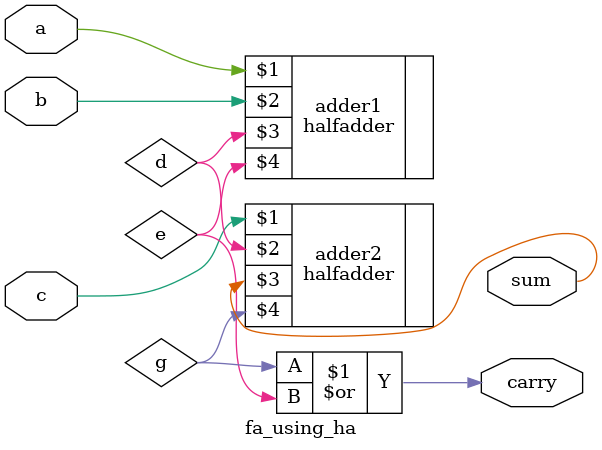
<source format=v>
module fa_using_ha(a,b,c,sum,carry);

input a,b,c;
output sum;
output carry;

wire d;
wire e;
wire g;

halfadder adder1(a,b,d,e);
halfadder adder2(c,d,sum,g);
or(carry,g,e);

endmodule

</source>
